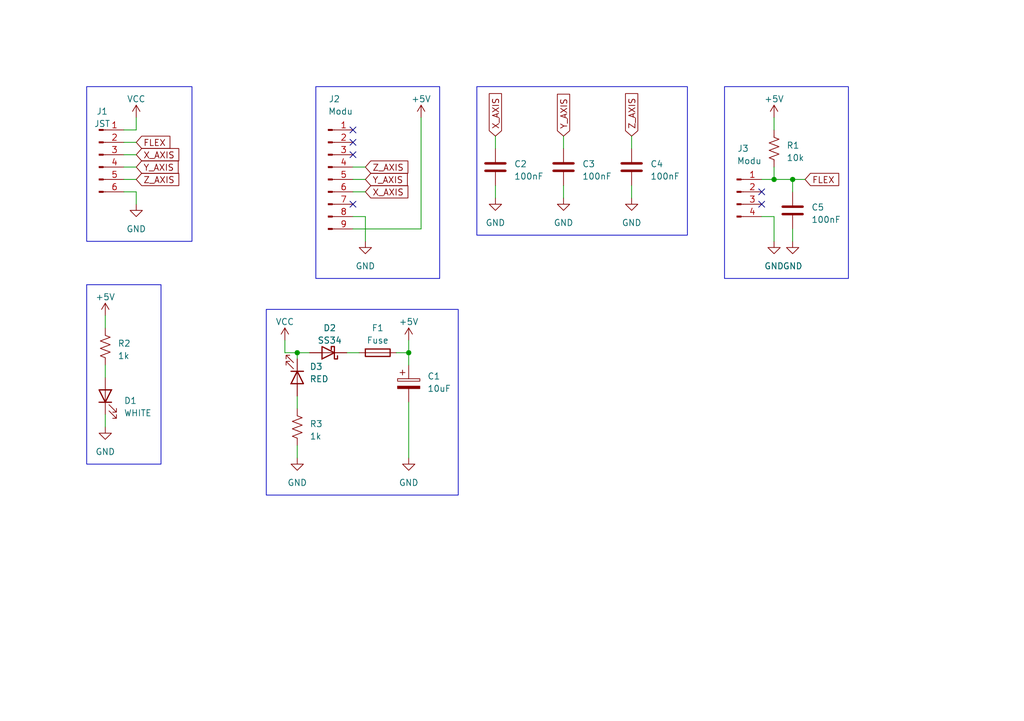
<source format=kicad_sch>
(kicad_sch (version 20230121) (generator eeschema)
  (paper "A5")
  (lib_symbols
    (symbol "Connector:Conn_01x04_Pin" (pin_names (offset 1.016) hide)
      (property "Reference" "J" (at 0 5.08 0))
      (property "Value" "Conn_01x04_Pin" (at 0 -7.62 0))
      (symbol "Conn_01x04_Pin_1_1"
        (polyline (pts (xy 1.27 -5.08) (xy 0.8636 -5.08)) (stroke (width 0.1524)))
        (polyline (pts (xy 1.27 -2.54) (xy 0.8636 -2.54)) (stroke (width 0.1524)))
        (polyline (pts (xy 1.27 0) (xy 0.8636 0)) (stroke (width 0.1524)))
        (polyline (pts (xy 1.27 2.54) (xy 0.8636 2.54)) (stroke (width 0.1524)))
        (rectangle (start 0.8636 -4.953) (end 0 -5.207) (stroke (width 0.1524)) (fill (type outline)))
        (rectangle (start 0.8636 -2.413) (end 0 -2.667) (stroke (width 0.1524)) (fill (type outline)))
        (rectangle (start 0.8636 0.127) (end 0 -0.127) (stroke (width 0.1524)) (fill (type outline)))
        (rectangle (start 0.8636 2.667) (end 0 2.413) (stroke (width 0.1524)) (fill (type outline)))
        (pin passive line (at 5.08 2.54 180) (length 3.81) (name "Pin_1") (number "1"))
        (pin passive line (at 5.08 0 180) (length 3.81) (name "Pin_2") (number "2"))
        (pin passive line (at 5.08 -2.54 180) (length 3.81) (name "Pin_3") (number "3"))
        (pin passive line (at 5.08 -5.08 180) (length 3.81) (name "Pin_4") (number "4"))
      )
    )
    (symbol "Connector:Conn_01x06_Pin" (pin_names (offset 1.016) hide)
      (property "Reference" "J" (at 0 7.62 0))
      (property "Value" "Conn_01x06_Pin" (at 0 -10.16 0))
      (symbol "Conn_01x06_Pin_1_1"
        (polyline (pts (xy 1.27 -7.62) (xy 0.8636 -7.62)) (stroke (width 0.1524)))
        (polyline (pts (xy 1.27 -5.08) (xy 0.8636 -5.08)) (stroke (width 0.1524)))
        (polyline (pts (xy 1.27 -2.54) (xy 0.8636 -2.54)) (stroke (width 0.1524)))
        (polyline (pts (xy 1.27 0) (xy 0.8636 0)) (stroke (width 0.1524)))
        (polyline (pts (xy 1.27 2.54) (xy 0.8636 2.54)) (stroke (width 0.1524)))
        (polyline (pts (xy 1.27 5.08) (xy 0.8636 5.08)) (stroke (width 0.1524)))
        (rectangle (start 0.8636 -7.493) (end 0 -7.747) (stroke (width 0.1524)) (fill (type outline)))
        (rectangle (start 0.8636 -4.953) (end 0 -5.207) (stroke (width 0.1524)) (fill (type outline)))
        (rectangle (start 0.8636 -2.413) (end 0 -2.667) (stroke (width 0.1524)) (fill (type outline)))
        (rectangle (start 0.8636 0.127) (end 0 -0.127) (stroke (width 0.1524)) (fill (type outline)))
        (rectangle (start 0.8636 2.667) (end 0 2.413) (stroke (width 0.1524)) (fill (type outline)))
        (rectangle (start 0.8636 5.207) (end 0 4.953) (stroke (width 0.1524)) (fill (type outline)))
        (pin passive line (at 5.08 5.08 180) (length 3.81) (name "Pin_1") (number "1"))
        (pin passive line (at 5.08 2.54 180) (length 3.81) (name "Pin_2") (number "2"))
        (pin passive line (at 5.08 0 180) (length 3.81) (name "Pin_3") (number "3"))
        (pin passive line (at 5.08 -2.54 180) (length 3.81) (name "Pin_4") (number "4"))
        (pin passive line (at 5.08 -5.08 180) (length 3.81) (name "Pin_5") (number "5"))
        (pin passive line (at 5.08 -7.62 180) (length 3.81) (name "Pin_6") (number "6"))
      )
    )
    (symbol "Connector:Conn_01x09_Pin" (pin_names (offset 1.016) hide)
      (property "Reference" "J" (at 0 12.7 0))
      (property "Value" "Conn_01x09_Pin" (at 0 -12.7 0))
      (symbol "Conn_01x09_Pin_1_1"
        (polyline (pts (xy 1.27 -10.16) (xy 0.8636 -10.16)) (stroke (width 0.1524)))
        (polyline (pts (xy 1.27 -7.62) (xy 0.8636 -7.62)) (stroke (width 0.1524)))
        (polyline (pts (xy 1.27 -5.08) (xy 0.8636 -5.08)) (stroke (width 0.1524)))
        (polyline (pts (xy 1.27 -2.54) (xy 0.8636 -2.54)) (stroke (width 0.1524)))
        (polyline (pts (xy 1.27 0) (xy 0.8636 0)) (stroke (width 0.1524)))
        (polyline (pts (xy 1.27 2.54) (xy 0.8636 2.54)) (stroke (width 0.1524)))
        (polyline (pts (xy 1.27 5.08) (xy 0.8636 5.08)) (stroke (width 0.1524)))
        (polyline (pts (xy 1.27 7.62) (xy 0.8636 7.62)) (stroke (width 0.1524)))
        (polyline (pts (xy 1.27 10.16) (xy 0.8636 10.16)) (stroke (width 0.1524)))
        (rectangle (start 0.8636 -10.033) (end 0 -10.287) (stroke (width 0.1524)) (fill (type outline)))
        (rectangle (start 0.8636 -7.493) (end 0 -7.747) (stroke (width 0.1524)) (fill (type outline)))
        (rectangle (start 0.8636 -4.953) (end 0 -5.207) (stroke (width 0.1524)) (fill (type outline)))
        (rectangle (start 0.8636 -2.413) (end 0 -2.667) (stroke (width 0.1524)) (fill (type outline)))
        (rectangle (start 0.8636 0.127) (end 0 -0.127) (stroke (width 0.1524)) (fill (type outline)))
        (rectangle (start 0.8636 2.667) (end 0 2.413) (stroke (width 0.1524)) (fill (type outline)))
        (rectangle (start 0.8636 5.207) (end 0 4.953) (stroke (width 0.1524)) (fill (type outline)))
        (rectangle (start 0.8636 7.747) (end 0 7.493) (stroke (width 0.1524)) (fill (type outline)))
        (rectangle (start 0.8636 10.287) (end 0 10.033) (stroke (width 0.1524)) (fill (type outline)))
        (pin passive line (at 5.08 10.16 180) (length 3.81) (name "Pin_1") (number "1"))
        (pin passive line (at 5.08 7.62 180) (length 3.81) (name "Pin_2") (number "2"))
        (pin passive line (at 5.08 5.08 180) (length 3.81) (name "Pin_3") (number "3"))
        (pin passive line (at 5.08 2.54 180) (length 3.81) (name "Pin_4") (number "4"))
        (pin passive line (at 5.08 0 180) (length 3.81) (name "Pin_5") (number "5"))
        (pin passive line (at 5.08 -2.54 180) (length 3.81) (name "Pin_6") (number "6"))
        (pin passive line (at 5.08 -5.08 180) (length 3.81) (name "Pin_7") (number "7"))
        (pin passive line (at 5.08 -7.62 180) (length 3.81) (name "Pin_8") (number "8"))
        (pin passive line (at 5.08 -10.16 180) (length 3.81) (name "Pin_9") (number "9"))
      )
    )
    (symbol "Device:C" (pin_numbers hide) (pin_names (offset 0.254))
      (property "Reference" "C" (at 0.635 2.54 0))
      (property "Value" "C" (at 0.635 -2.54 0))
      (symbol "C_0_1"
        (polyline (pts (xy -2.032 -0.762) (xy 2.032 -0.762)) (stroke (width 0.508)))
        (polyline (pts (xy -2.032 0.762) (xy 2.032 0.762)) (stroke (width 0.508)))
      )
      (symbol "C_1_1"
        (pin passive line (at 0 3.81 270) (length 2.794) (name "~") (number "1"))
        (pin passive line (at 0 -3.81 90) (length 2.794) (name "~") (number "2"))
      )
    )
    (symbol "Device:C_Polarized" (pin_numbers hide) (pin_names (offset 0.254))
      (property "Reference" "C" (at 0.635 2.54 0))
      (property "Value" "C_Polarized" (at 0.635 -2.54 0))
      (symbol "C_Polarized_0_1"
        (rectangle (start -2.286 0.508) (end 2.286 1.016))
        (polyline (pts (xy -1.778 2.286) (xy -0.762 2.286)))
        (polyline (pts (xy -1.27 2.794) (xy -1.27 1.778)))
        (rectangle (start 2.286 -0.508) (end -2.286 -1.016) (fill (type outline)))
      )
      (symbol "C_Polarized_1_1"
        (pin passive line (at 0 3.81 270) (length 2.794) (name "~") (number "1"))
        (pin passive line (at 0 -3.81 90) (length 2.794) (name "~") (number "2"))
      )
    )
    (symbol "Device:D_Schottky" (pin_numbers hide) (pin_names (offset 1.016) hide)
      (property "Reference" "D" (at 0 2.54 0))
      (property "Value" "D_Schottky" (at 0 -2.54 0))
      (symbol "D_Schottky_0_1"
        (polyline (pts (xy 1.27 0) (xy -1.27 0)))
        (polyline (pts (xy 1.27 1.27) (xy 1.27 -1.27) (xy -1.27 0) (xy 1.27 1.27)) (stroke (width 0.254)))
        (polyline (pts (xy -1.905 0.635) (xy -1.905 1.27) (xy -1.27 1.27) (xy -1.27 -1.27) (xy -0.635 -1.27) (xy -0.635 -0.635)) (stroke (width 0.254)))
      )
      (symbol "D_Schottky_1_1"
        (pin passive line (at -3.81 0 0) (length 2.54) (name "K") (number "1"))
        (pin passive line (at 3.81 0 180) (length 2.54) (name "A") (number "2"))
      )
    )
    (symbol "Device:Fuse" (pin_numbers hide) (pin_names (offset 0))
      (property "Reference" "F" (at 2.032 0 90))
      (property "Value" "Fuse" (at -1.905 0 90))
      (symbol "Fuse_0_1"
        (rectangle (start -0.762 -2.54) (end 0.762 2.54) (stroke (width 0.254)))
        (polyline (pts (xy 0 2.54) (xy 0 -2.54)))
      )
      (symbol "Fuse_1_1"
        (pin passive line (at 0 3.81 270) (length 1.27) (name "~") (number "1"))
        (pin passive line (at 0 -3.81 90) (length 1.27) (name "~") (number "2"))
      )
    )
    (symbol "Device:LED" (pin_numbers hide) (pin_names (offset 1.016) hide)
      (property "Reference" "D" (at 0 2.54 0))
      (property "Value" "LED" (at 0 -2.54 0))
      (symbol "LED_0_1"
        (polyline (pts (xy -1.27 -1.27) (xy -1.27 1.27)) (stroke (width 0.254)))
        (polyline (pts (xy -1.27 0) (xy 1.27 0)))
        (polyline (pts (xy 1.27 -1.27) (xy 1.27 1.27) (xy -1.27 0) (xy 1.27 -1.27)) (stroke (width 0.254)))
        (polyline (pts (xy -3.048 -0.762) (xy -4.572 -2.286) (xy -3.81 -2.286) (xy -4.572 -2.286) (xy -4.572 -1.524)))
        (polyline (pts (xy -1.778 -0.762) (xy -3.302 -2.286) (xy -2.54 -2.286) (xy -3.302 -2.286) (xy -3.302 -1.524)))
      )
      (symbol "LED_1_1"
        (pin passive line (at -3.81 0 0) (length 2.54) (name "K") (number "1"))
        (pin passive line (at 3.81 0 180) (length 2.54) (name "A") (number "2"))
      )
    )
    (symbol "Device:R_US" (pin_numbers hide) (pin_names (offset 0))
      (property "Reference" "R" (at 2.54 0 90))
      (property "Value" "R_US" (at -2.54 0 90))
      (symbol "R_US_0_1"
        (polyline (pts (xy 0 -2.286) (xy 0 -2.54)))
        (polyline (pts (xy 0 2.286) (xy 0 2.54)))
        (polyline (pts (xy 0 -0.762) (xy 1.016 -1.143) (xy 0 -1.524) (xy -1.016 -1.905) (xy 0 -2.286)))
        (polyline (pts (xy 0 0.762) (xy 1.016 0.381) (xy 0 0) (xy -1.016 -0.381) (xy 0 -0.762)))
        (polyline (pts (xy 0 2.286) (xy 1.016 1.905) (xy 0 1.524) (xy -1.016 1.143) (xy 0 0.762)))
      )
      (symbol "R_US_1_1"
        (pin passive line (at 0 3.81 270) (length 1.27) (name "~") (number "1"))
        (pin passive line (at 0 -3.81 90) (length 1.27) (name "~") (number "2"))
      )
    )
    (symbol "PCM_4ms_Power-symbol:+5V" (power) (pin_names (offset 0))
      (property "Value" "+5V" (at 0 3.556 0))
      (symbol "+5V_0_1"
        (polyline (pts (xy -0.762 1.27) (xy 0 2.54)))
        (polyline (pts (xy 0 0) (xy 0 2.54)))
        (polyline (pts (xy 0 2.54) (xy 0.762 1.27)))
      )
      (symbol "+5V_1_1"
        (pin power_in line (at 0 0 90) (length 0) hide (name "+5V") (number "1"))
      )
    )
    (symbol "PCM_4ms_Power-symbol:GND" (power) (pin_names (offset 0))
      (property "Value" "GND" (at 0 -3.81 0))
      (symbol "GND_0_1"
        (polyline (pts (xy 0 0) (xy 0 -1.27) (xy 1.27 -1.27) (xy 0 -2.54) (xy -1.27 -1.27) (xy 0 -1.27)))
      )
      (symbol "GND_1_1"
        (pin power_in line (at 0 0 270) (length 0) hide (name "GND") (number "1"))
      )
    )
    (symbol "power:VCC" (power) (pin_names (offset 0))
      (property "Value" "VCC" (at 0 3.81 0))
      (symbol "VCC_0_1"
        (polyline (pts (xy -0.762 1.27) (xy 0 2.54)))
        (polyline (pts (xy 0 0) (xy 0 2.54)))
        (polyline (pts (xy 0 2.54) (xy 0.762 1.27)))
      )
      (symbol "VCC_1_1"
        (pin power_in line (at 0 0 90) (length 0) hide (name "VCC") (number "1"))
      )
    )
  )
  (junction (at 162.56 36.83))
  (junction (at 158.75 36.83))
  (junction (at 60.96 72.39))
  (junction (at 83.82 72.39))
  (no_connect (at 72.39 41.91))
  (no_connect (at 72.39 31.75))
  (no_connect (at 72.39 29.21))
  (no_connect (at 72.39 26.67))
  (no_connect (at 156.21 41.91))
  (no_connect (at 156.21 39.37))
  (wire (pts (xy 115.57 38.1) (xy 115.57 40.64)))
  (wire (pts (xy 58.42 72.39) (xy 60.96 72.39)))
  (wire (pts (xy 27.94 39.37) (xy 27.94 41.91)))
  (wire (pts (xy 60.96 91.44) (xy 60.96 93.98)))
  (wire (pts (xy 162.56 36.83) (xy 165.1 36.83)))
  (wire (pts (xy 83.82 72.39) (xy 83.82 69.85)))
  (wire (pts (xy 60.96 72.39) (xy 63.5 72.39)))
  (wire (pts (xy 25.4 31.75) (xy 27.94 31.75)))
  (wire (pts (xy 101.6 38.1) (xy 101.6 40.64)))
  (wire (pts (xy 25.4 39.37) (xy 27.94 39.37)))
  (wire (pts (xy 129.54 27.94) (xy 129.54 30.48)))
  (wire (pts (xy 129.54 38.1) (xy 129.54 40.64)))
  (wire (pts (xy 83.82 72.39) (xy 83.82 74.93)))
  (wire (pts (xy 156.21 36.83) (xy 158.75 36.83)))
  (wire (pts (xy 115.57 27.94) (xy 115.57 30.48)))
  (wire (pts (xy 158.75 36.83) (xy 158.75 34.29)))
  (wire (pts (xy 158.75 36.83) (xy 162.56 36.83)))
  (wire (pts (xy 72.39 36.83) (xy 74.93 36.83)))
  (wire (pts (xy 162.56 46.99) (xy 162.56 49.53)))
  (wire (pts (xy 158.75 24.13) (xy 158.75 26.67)))
  (wire (pts (xy 21.59 85.09) (xy 21.59 87.63)))
  (wire (pts (xy 25.4 26.67) (xy 27.94 26.67)))
  (wire (pts (xy 81.28 72.39) (xy 83.82 72.39)))
  (wire (pts (xy 60.96 72.39) (xy 60.96 73.66)))
  (wire (pts (xy 162.56 36.83) (xy 162.56 39.37)))
  (wire (pts (xy 83.82 82.55) (xy 83.82 93.98)))
  (wire (pts (xy 72.39 39.37) (xy 74.93 39.37)))
  (wire (pts (xy 21.59 64.77) (xy 21.59 67.31)))
  (wire (pts (xy 25.4 34.29) (xy 27.94 34.29)))
  (wire (pts (xy 74.93 44.45) (xy 74.93 49.53)))
  (wire (pts (xy 156.21 44.45) (xy 158.75 44.45)))
  (wire (pts (xy 72.39 46.99) (xy 86.36 46.99)))
  (wire (pts (xy 72.39 44.45) (xy 74.93 44.45)))
  (wire (pts (xy 72.39 34.29) (xy 74.93 34.29)))
  (wire (pts (xy 101.6 27.94) (xy 101.6 30.48)))
  (wire (pts (xy 25.4 36.83) (xy 27.94 36.83)))
  (wire (pts (xy 60.96 81.28) (xy 60.96 83.82)))
  (wire (pts (xy 25.4 29.21) (xy 27.94 29.21)))
  (wire (pts (xy 27.94 26.67) (xy 27.94 24.13)))
  (wire (pts (xy 21.59 74.93) (xy 21.59 77.47)))
  (wire (pts (xy 71.12 72.39) (xy 73.66 72.39)))
  (wire (pts (xy 158.75 44.45) (xy 158.75 49.53)))
  (wire (pts (xy 86.36 46.99) (xy 86.36 24.13)))
  (wire (pts (xy 58.42 69.85) (xy 58.42 72.39)))
  (rectangle (start 64.77 17.78) (end 90.17 57.15))
  (rectangle (start 17.78 58.42) (end 33.02 95.25))
  (rectangle (start 97.79 17.78) (end 140.97 48.26))
  (rectangle (start 17.78 17.78) (end 39.37 49.53))
  (rectangle (start 148.59 17.78) (end 173.99 57.15))
  (rectangle (start 54.61 63.5) (end 93.98 101.6))
  (global_label "X_AXIS" (shape input) (at 74.93 39.37 0) (property "Intersheetrefs" "${INTERSHEET_REFS}" (effects hide)))
  (global_label "Z_AXIS" (shape input) (at 74.93 34.29 0) (property "Intersheetrefs" "${INTERSHEET_REFS}" (effects hide)))
  (global_label "FLEX" (shape input) (at 27.94 29.21 0) (property "Intersheetrefs" "${INTERSHEET_REFS}" (effects hide)))
  (global_label "X_AXIS" (shape input) (at 101.6 27.94 90) (property "Intersheetrefs" "${INTERSHEET_REFS}" (effects hide)))
  (global_label "Z_AXIS" (shape input) (at 27.94 36.83 0) (property "Intersheetrefs" "${INTERSHEET_REFS}" (effects hide)))
  (global_label "FLEX" (shape input) (at 165.1 36.83 0) (property "Intersheetrefs" "${INTERSHEET_REFS}" (effects hide)))
  (global_label "Y_AXIS" (shape input) (at 74.93 36.83 0) (property "Intersheetrefs" "${INTERSHEET_REFS}" (effects hide)))
  (global_label "X_AXIS" (shape input) (at 27.94 31.75 0) (property "Intersheetrefs" "${INTERSHEET_REFS}" (effects hide)))
  (global_label "Y_AXIS" (shape input) (at 115.57 27.94 90) (property "Intersheetrefs" "${INTERSHEET_REFS}" (effects hide)))
  (global_label "Z_AXIS" (shape input) (at 129.54 27.94 90) (property "Intersheetrefs" "${INTERSHEET_REFS}" (effects hide)))
  (global_label "Y_AXIS" (shape input) (at 27.94 34.29 0) (property "Intersheetrefs" "${INTERSHEET_REFS}" (effects hide)))
  (symbol (lib_id "PCM_4ms_Power-symbol:GND") (at 74.93 49.53 0) (unit 1)
    (property "Reference" "#PWR04" (effects hide))
    (property "Value" "GND" (at 74.93 54.61 0))
  )
  (symbol (lib_id "Connector:Conn_01x06_Pin") (at 20.32 31.75 0) (unit 1)
    (property "Reference" "J1" (at 20.955 22.86 0))
    (property "Value" "JST" (at 20.955 25.4 0))
    (property "Footprint" "Connector_JST:JST_PH_S6B-PH-K_1x06_P2.00mm_Horizontal" (effects hide))
  )
  (symbol (lib_id "PCM_4ms_Power-symbol:GND") (at 158.75 49.53 0) (unit 1)
    (property "Reference" "#PWR010" (effects hide))
    (property "Value" "GND" (at 158.75 54.61 0))
  )
  (symbol (lib_id "Device:C") (at 101.6 34.29 0) (unit 1)
    (property "Reference" "C2" (at 105.41 33.655 0) (effects (justify left)))
    (property "Value" "100nF" (at 105.41 36.195 0) (effects (justify left)))
    (property "Footprint" "Capacitor_SMD:C_0805_2012Metric" (effects hide))
  )
  (symbol (lib_id "Device:C_Polarized") (at 83.82 78.74 0) (unit 1)
    (property "Reference" "C1" (at 87.63 77.216 0) (effects (justify left)))
    (property "Value" "10uF" (at 87.63 79.756 0) (effects (justify left)))
    (property "Footprint" "Capacitor_Tantalum_SMD:CP_EIA-3528-21_Kemet-B" (effects hide))
  )
  (symbol (lib_id "Device:D_Schottky") (at 67.31 72.39 180) (unit 1)
    (property "Reference" "D2" (at 67.6275 67.31 0))
    (property "Value" "SS34" (at 67.6275 69.85 0))
    (property "Footprint" "Diode_SMD:D_SMA" (effects hide))
  )
  (symbol (lib_id "PCM_4ms_Power-symbol:+5V") (at 158.75 24.13 0) (unit 1)
    (property "Reference" "#PWR09" (effects hide))
    (property "Value" "+5V" (at 158.75 20.32 0))
  )
  (symbol (lib_id "PCM_4ms_Power-symbol:+5V") (at 83.82 69.85 0) (unit 1)
    (property "Reference" "#PWR01" (effects hide))
    (property "Value" "+5V" (at 83.82 66.04 0))
  )
  (symbol (lib_id "PCM_4ms_Power-symbol:GND") (at 27.94 41.91 0) (unit 1)
    (property "Reference" "#PWR02" (effects hide))
    (property "Value" "GND" (at 27.94 46.99 0))
  )
  (symbol (lib_id "Device:LED") (at 60.96 77.47 270) (unit 1)
    (property "Reference" "D3" (at 63.5 75.2475 90) (effects (justify left)))
    (property "Value" "RED" (at 63.5 77.7875 90) (effects (justify left)))
    (property "Footprint" "LED_SMD:LED_0805_2012Metric" (effects hide))
  )
  (symbol (lib_id "Connector:Conn_01x04_Pin") (at 151.13 39.37 0) (unit 1)
    (property "Reference" "J3" (at 152.4 30.48 0))
    (property "Value" "Modu" (at 153.67 33.02 0))
    (property "Footprint" "Connector_PinSocket_2.54mm:PinSocket_1x04_P2.54mm_Vertical_SMD_Pin1Left" (effects hide))
  )
  (symbol (lib_id "power:VCC") (at 58.42 69.85 0) (unit 1)
    (property "Reference" "#PWR016" (effects hide))
    (property "Value" "VCC" (at 58.42 66.04 0))
  )
  (symbol (lib_id "Device:R_US") (at 158.75 30.48 0) (unit 1)
    (property "Reference" "R1" (at 161.29 29.845 0) (effects (justify left)))
    (property "Value" "10k" (at 161.29 32.385 0) (effects (justify left)))
    (property "Footprint" "Resistor_SMD:R_0805_2012Metric" (effects hide))
  )
  (symbol (lib_id "PCM_4ms_Power-symbol:+5V") (at 21.59 64.77 0) (unit 1)
    (property "Reference" "#PWR012" (effects hide))
    (property "Value" "+5V" (at 21.59 60.96 0))
  )
  (symbol (lib_id "PCM_4ms_Power-symbol:GND") (at 101.6 40.64 0) (unit 1)
    (property "Reference" "#PWR06" (effects hide))
    (property "Value" "GND" (at 101.6 45.72 0))
  )
  (symbol (lib_id "Device:Fuse") (at 77.47 72.39 90) (unit 1)
    (property "Reference" "F1" (at 77.47 67.31 90))
    (property "Value" "Fuse" (at 77.47 69.85 90))
    (property "Footprint" "Fuse:Fuse_1210_3225Metric" (effects hide))
  )
  (symbol (lib_id "power:VCC") (at 27.94 24.13 0) (unit 1)
    (property "Reference" "#PWR014" (effects hide))
    (property "Value" "VCC" (at 27.94 20.32 0))
  )
  (symbol (lib_id "PCM_4ms_Power-symbol:GND") (at 60.96 93.98 0) (unit 1)
    (property "Reference" "#PWR015" (effects hide))
    (property "Value" "GND" (at 60.96 99.06 0))
  )
  (symbol (lib_id "PCM_4ms_Power-symbol:GND") (at 162.56 49.53 0) (unit 1)
    (property "Reference" "#PWR011" (effects hide))
    (property "Value" "GND" (at 162.56 54.61 0))
  )
  (symbol (lib_id "PCM_4ms_Power-symbol:GND") (at 115.57 40.64 0) (unit 1)
    (property "Reference" "#PWR07" (effects hide))
    (property "Value" "GND" (at 115.57 45.72 0))
  )
  (symbol (lib_id "Device:C") (at 115.57 34.29 0) (unit 1)
    (property "Reference" "C3" (at 119.38 33.655 0) (effects (justify left)))
    (property "Value" "100nF" (at 119.38 36.195 0) (effects (justify left)))
    (property "Footprint" "Capacitor_SMD:C_0805_2012Metric" (effects hide))
  )
  (symbol (lib_id "PCM_4ms_Power-symbol:GND") (at 129.54 40.64 0) (unit 1)
    (property "Reference" "#PWR08" (effects hide))
    (property "Value" "GND" (at 129.54 45.72 0))
  )
  (symbol (lib_id "Device:C") (at 129.54 34.29 0) (unit 1)
    (property "Reference" "C4" (at 133.35 33.655 0) (effects (justify left)))
    (property "Value" "100nF" (at 133.35 36.195 0) (effects (justify left)))
    (property "Footprint" "Capacitor_SMD:C_0805_2012Metric" (effects hide))
  )
  (symbol (lib_id "Device:R_US") (at 60.96 87.63 0) (unit 1)
    (property "Reference" "R3" (at 63.5 86.995 0) (effects (justify left)))
    (property "Value" "1k" (at 63.5 89.535 0) (effects (justify left)))
    (property "Footprint" "Resistor_SMD:R_0805_2012Metric" (effects hide))
  )
  (symbol (lib_id "PCM_4ms_Power-symbol:+5V") (at 86.36 24.13 0) (unit 1)
    (property "Reference" "#PWR03" (effects hide))
    (property "Value" "+5V" (at 86.36 20.32 0))
  )
  (symbol (lib_id "Device:C") (at 162.56 43.18 0) (unit 1)
    (property "Reference" "C5" (at 166.37 42.545 0) (effects (justify left)))
    (property "Value" "100nF" (at 166.37 45.085 0) (effects (justify left)))
    (property "Footprint" "Capacitor_SMD:C_0805_2012Metric" (effects hide))
  )
  (symbol (lib_id "Device:LED") (at 21.59 81.28 90) (unit 1)
    (property "Reference" "D1" (at 25.4 82.2325 90) (effects (justify right)))
    (property "Value" "WHITE" (at 25.4 84.7725 90) (effects (justify right)))
    (property "Footprint" "LED_SMD:LED_0805_2012Metric" (effects hide))
  )
  (symbol (lib_id "PCM_4ms_Power-symbol:GND") (at 21.59 87.63 0) (unit 1)
    (property "Reference" "#PWR013" (effects hide))
    (property "Value" "GND" (at 21.59 92.71 0))
  )
  (symbol (lib_id "Device:R_US") (at 21.59 71.12 0) (unit 1)
    (property "Reference" "R2" (at 24.13 70.485 0) (effects (justify left)))
    (property "Value" "1k" (at 24.13 73.025 0) (effects (justify left)))
    (property "Footprint" "Resistor_SMD:R_0805_2012Metric" (effects hide))
  )
  (symbol (lib_id "Connector:Conn_01x09_Pin") (at 67.31 36.83 0) (unit 1)
    (property "Reference" "J2" (at 68.58 20.32 0))
    (property "Value" "Modu" (at 69.85 22.86 0))
    (property "Footprint" "Connector_PinSocket_2.54mm:PinSocket_1x09_P2.54mm_Vertical" (effects hide))
  )
  (symbol (lib_id "PCM_4ms_Power-symbol:GND") (at 83.82 93.98 0) (unit 1)
    (property "Reference" "#PWR05" (effects hide))
    (property "Value" "GND" (at 83.82 99.06 0))
  )
)
</source>
